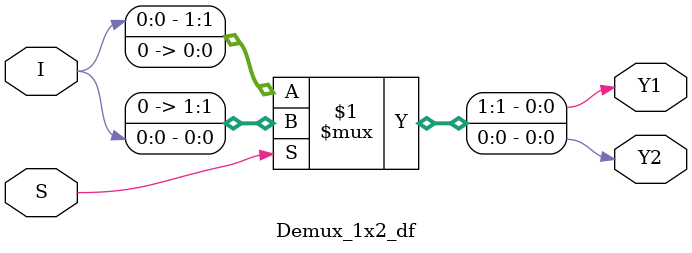
<source format=v>
`timescale 1ns / 1ps


module Demux_1x2_df(
input I,S,
output Y1,Y2
    );
    assign {Y1,Y2} = S?{1'b0,I}:{I,1'b0};
endmodule

</source>
